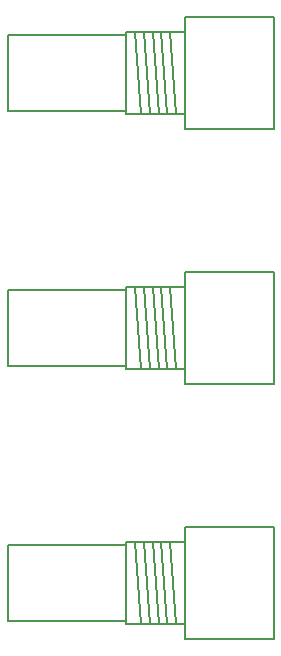
<source format=gbo>
G04 EAGLE Gerber RS-274X export*
G75*
%MOMM*%
%FSLAX34Y34*%
%LPD*%
%INSilkscreen Bottom*%
%IPPOS*%
%AMOC8*
5,1,8,0,0,1.08239X$1,22.5*%
G01*
%ADD10C,0.203200*%


D10*
X74650Y523750D02*
X74650Y428750D01*
X74650Y523750D02*
X-350Y523750D01*
X-350Y428750D01*
X74650Y428750D01*
X-30350Y441250D02*
X-50350Y441250D01*
X-30350Y441250D02*
X-22850Y441250D01*
X-15350Y441250D01*
X-7850Y441250D01*
X-350Y441250D01*
X-35350Y511250D02*
X-50350Y511250D01*
X-35350Y511250D02*
X-27850Y511250D01*
X-20350Y511250D01*
X-12850Y511250D01*
X-350Y511250D01*
X-50350Y511250D02*
X-50350Y441250D01*
X-37850Y441250D02*
X-42850Y511250D01*
X-35350Y511250D02*
X-30350Y441250D01*
X-22850Y441250D02*
X-27850Y511250D01*
X-20350Y511250D02*
X-15350Y441250D01*
X-7850Y441250D02*
X-12850Y511250D01*
X-50350Y443750D02*
X-150350Y443750D01*
X-150350Y508750D02*
X-50350Y508750D01*
X-150350Y508750D02*
X-150350Y443750D01*
X74650Y860550D02*
X74650Y955550D01*
X-350Y955550D01*
X-350Y860550D01*
X74650Y860550D01*
X-30350Y873050D02*
X-50350Y873050D01*
X-30350Y873050D02*
X-22850Y873050D01*
X-15350Y873050D01*
X-7850Y873050D01*
X-350Y873050D01*
X-35350Y943050D02*
X-50350Y943050D01*
X-35350Y943050D02*
X-27850Y943050D01*
X-20350Y943050D01*
X-12850Y943050D01*
X-350Y943050D01*
X-50350Y943050D02*
X-50350Y873050D01*
X-37850Y873050D02*
X-42850Y943050D01*
X-35350Y943050D02*
X-30350Y873050D01*
X-22850Y873050D02*
X-27850Y943050D01*
X-20350Y943050D02*
X-15350Y873050D01*
X-7850Y873050D02*
X-12850Y943050D01*
X-50350Y875550D02*
X-150350Y875550D01*
X-150350Y940550D02*
X-50350Y940550D01*
X-150350Y940550D02*
X-150350Y875550D01*
X74650Y739650D02*
X74650Y644650D01*
X74650Y739650D02*
X-350Y739650D01*
X-350Y644650D01*
X74650Y644650D01*
X-30350Y657150D02*
X-50350Y657150D01*
X-30350Y657150D02*
X-22850Y657150D01*
X-15350Y657150D01*
X-7850Y657150D01*
X-350Y657150D01*
X-35350Y727150D02*
X-50350Y727150D01*
X-35350Y727150D02*
X-27850Y727150D01*
X-20350Y727150D01*
X-12850Y727150D01*
X-350Y727150D01*
X-50350Y727150D02*
X-50350Y657150D01*
X-37850Y657150D02*
X-42850Y727150D01*
X-35350Y727150D02*
X-30350Y657150D01*
X-22850Y657150D02*
X-27850Y727150D01*
X-20350Y727150D02*
X-15350Y657150D01*
X-7850Y657150D02*
X-12850Y727150D01*
X-50350Y659650D02*
X-150350Y659650D01*
X-150350Y724650D02*
X-50350Y724650D01*
X-150350Y724650D02*
X-150350Y659650D01*
M02*

</source>
